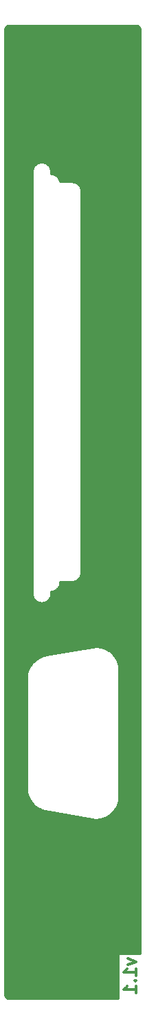
<source format=gbl>
%TF.GenerationSoftware,KiCad,Pcbnew,(5.1.9)-1*%
%TF.CreationDate,2021-09-26T20:48:04+08:00*%
%TF.ProjectId,EX-HX-Combo-Backplate,45582d48-582d-4436-9f6d-626f2d426163,rev?*%
%TF.SameCoordinates,Original*%
%TF.FileFunction,Copper,L2,Bot*%
%TF.FilePolarity,Positive*%
%FSLAX46Y46*%
G04 Gerber Fmt 4.6, Leading zero omitted, Abs format (unit mm)*
G04 Created by KiCad (PCBNEW (5.1.9)-1) date 2021-09-26 20:48:04*
%MOMM*%
%LPD*%
G01*
G04 APERTURE LIST*
%TA.AperFunction,NonConductor*%
%ADD10C,0.300000*%
%TD*%
%TA.AperFunction,ComponentPad*%
%ADD11O,2.360000X6.280000*%
%TD*%
%TA.AperFunction,ComponentPad*%
%ADD12O,4.300000X4.100000*%
%TD*%
%TA.AperFunction,ComponentPad*%
%ADD13C,4.000000*%
%TD*%
%TA.AperFunction,Conductor*%
%ADD14C,0.254000*%
%TD*%
%TA.AperFunction,Conductor*%
%ADD15C,0.100000*%
%TD*%
G04 APERTURE END LIST*
D10*
X268283571Y-147705000D02*
X269283571Y-148062142D01*
X268283571Y-148419285D01*
X269283571Y-149776428D02*
X269283571Y-148919285D01*
X269283571Y-149347857D02*
X267783571Y-149347857D01*
X267997857Y-149205000D01*
X268140714Y-149062142D01*
X268212142Y-148919285D01*
X269140714Y-150419285D02*
X269212142Y-150490714D01*
X269283571Y-150419285D01*
X269212142Y-150347857D01*
X269140714Y-150419285D01*
X269283571Y-150419285D01*
X269283571Y-151919285D02*
X269283571Y-151062142D01*
X269283571Y-151490714D02*
X267783571Y-151490714D01*
X267997857Y-151347857D01*
X268140714Y-151205000D01*
X268212142Y-151062142D01*
D11*
%TO.P,H5,1*%
%TO.N,GND*%
X254480000Y-134500000D03*
%TD*%
%TO.P,H6,1*%
%TO.N,GND*%
X254480000Y-39580000D03*
%TD*%
D12*
%TO.P,H7,1*%
%TO.N,GND*%
X261530000Y-132509260D03*
X261530000Y-107520740D03*
%TD*%
D13*
%TO.P,H2,1*%
%TO.N,GND*%
X261480000Y-43360000D03*
%TD*%
%TO.P,H1,1*%
%TO.N,GND*%
X261480000Y-37010000D03*
%TD*%
%TO.P,H3,1*%
%TO.N,GND*%
X261480000Y-142420000D03*
%TD*%
%TO.P,H4,1*%
%TO.N,GND*%
X261480000Y-148770000D03*
%TD*%
D14*
%TO.N,GND*%
X269350656Y-33200639D02*
X269466722Y-33235681D01*
X269573764Y-33292597D01*
X269667714Y-33369221D01*
X269744990Y-33462631D01*
X269802654Y-33569279D01*
X269838504Y-33685090D01*
X269853001Y-33823018D01*
X269853000Y-147058714D01*
X267123000Y-147058714D01*
X267123000Y-152593000D01*
X253748442Y-152593000D01*
X253609341Y-152579361D01*
X253493280Y-152544319D01*
X253386239Y-152487405D01*
X253292288Y-152410781D01*
X253215009Y-152317368D01*
X253157346Y-152210722D01*
X253121496Y-152094909D01*
X253107000Y-151956991D01*
X253107000Y-113267319D01*
X255822904Y-113267319D01*
X255823001Y-126744992D01*
X255823000Y-126745001D01*
X255823001Y-126745124D01*
X255823001Y-126763521D01*
X255823259Y-126766138D01*
X255824012Y-126820069D01*
X255826067Y-126838393D01*
X255826325Y-126856827D01*
X255826948Y-126862055D01*
X255888100Y-127346122D01*
X255895660Y-127379398D01*
X255902774Y-127412865D01*
X255904401Y-127417872D01*
X256058411Y-127880842D01*
X256072308Y-127912055D01*
X256085769Y-127943463D01*
X256088337Y-127948058D01*
X256329338Y-128372297D01*
X256349023Y-128400201D01*
X256368339Y-128428412D01*
X256371751Y-128432421D01*
X256690565Y-128801770D01*
X256715304Y-128825328D01*
X256739722Y-128849240D01*
X256743848Y-128852510D01*
X257128330Y-129152900D01*
X257157162Y-129171198D01*
X257185772Y-129189919D01*
X257190453Y-129192325D01*
X257625959Y-129412314D01*
X257657789Y-129424660D01*
X257689496Y-129437470D01*
X257694556Y-129438921D01*
X258164498Y-129570131D01*
X258164503Y-129570132D01*
X258182046Y-129575045D01*
X263877678Y-130581440D01*
X263894711Y-130582749D01*
X264344947Y-130620708D01*
X264377771Y-130620260D01*
X264410662Y-130620501D01*
X264415901Y-130619989D01*
X264901178Y-130569148D01*
X264934637Y-130562291D01*
X264968218Y-130555897D01*
X264973258Y-130554377D01*
X265439418Y-130410247D01*
X265470902Y-130397024D01*
X265502607Y-130384227D01*
X265507256Y-130381757D01*
X265936544Y-130149827D01*
X265964837Y-130130757D01*
X265993475Y-130112030D01*
X265997555Y-130108704D01*
X266373619Y-129797810D01*
X266397711Y-129773565D01*
X266422125Y-129749673D01*
X266425482Y-129745618D01*
X266733996Y-129367599D01*
X266752905Y-129339159D01*
X266772227Y-129310959D01*
X266774733Y-129306329D01*
X267003948Y-128875587D01*
X267016977Y-128844007D01*
X267030451Y-128812598D01*
X267032009Y-128807570D01*
X267173193Y-128340510D01*
X267179840Y-128306999D01*
X267186956Y-128273573D01*
X267187508Y-128268338D01*
X267235284Y-127782749D01*
X267237096Y-127764351D01*
X267236999Y-112266479D01*
X267235329Y-112249519D01*
X267194376Y-111799534D01*
X267188220Y-111767264D01*
X267182739Y-111734859D01*
X267181324Y-111729788D01*
X267046837Y-111260774D01*
X267034260Y-111229008D01*
X267022124Y-111197062D01*
X267019751Y-111192363D01*
X266796726Y-110758404D01*
X266778233Y-110729709D01*
X266760109Y-110700705D01*
X266756868Y-110696557D01*
X266453801Y-110314182D01*
X266430082Y-110289621D01*
X266406675Y-110264695D01*
X266402690Y-110261255D01*
X266031125Y-109945028D01*
X266003068Y-109925528D01*
X265975284Y-109905637D01*
X265970707Y-109903036D01*
X265544796Y-109665003D01*
X265513492Y-109651326D01*
X265482367Y-109637208D01*
X265477376Y-109635547D01*
X265477370Y-109635545D01*
X265013339Y-109484772D01*
X264979967Y-109477435D01*
X264946700Y-109469632D01*
X264941479Y-109468972D01*
X264941477Y-109468972D01*
X264456994Y-109411201D01*
X264422851Y-109410486D01*
X264388684Y-109409293D01*
X264383433Y-109409660D01*
X263896957Y-109447092D01*
X263896946Y-109447094D01*
X263878530Y-109448509D01*
X258199452Y-110451781D01*
X258199451Y-110451781D01*
X258199435Y-110451784D01*
X258181219Y-110455002D01*
X258178680Y-110455713D01*
X258125700Y-110465838D01*
X258108017Y-110471049D01*
X258089905Y-110474510D01*
X258084866Y-110476033D01*
X257618802Y-110620474D01*
X257587286Y-110633735D01*
X257555630Y-110646537D01*
X257550983Y-110649009D01*
X257121851Y-110881225D01*
X257093541Y-110900335D01*
X257064944Y-110919062D01*
X257060866Y-110922390D01*
X256685011Y-111233536D01*
X256660936Y-111257796D01*
X256636538Y-111281705D01*
X256633183Y-111285762D01*
X256324921Y-111663985D01*
X256306018Y-111692457D01*
X256286727Y-111720652D01*
X256284228Y-111725279D01*
X256284225Y-111725283D01*
X256284225Y-111725284D01*
X256055298Y-112156179D01*
X256042293Y-112187761D01*
X256028837Y-112219186D01*
X256027282Y-112224215D01*
X255886410Y-112691371D01*
X255879782Y-112724902D01*
X255872692Y-112758316D01*
X255872143Y-112763551D01*
X255824691Y-113249171D01*
X255822904Y-113267319D01*
X253107000Y-113267319D01*
X253107000Y-102878518D01*
X256503000Y-102878518D01*
X256504878Y-102897584D01*
X256504878Y-102907959D01*
X256505428Y-102913194D01*
X256522832Y-103068353D01*
X256529935Y-103101772D01*
X256536573Y-103135294D01*
X256538129Y-103140322D01*
X256585339Y-103289147D01*
X256598790Y-103320530D01*
X256611820Y-103352144D01*
X256614324Y-103356774D01*
X256689541Y-103493594D01*
X256708852Y-103521797D01*
X256727755Y-103550249D01*
X256731103Y-103554296D01*
X256731109Y-103554304D01*
X256731116Y-103554310D01*
X256831471Y-103673909D01*
X256855862Y-103697794D01*
X256879960Y-103722061D01*
X256884040Y-103725389D01*
X257005719Y-103823221D01*
X257034300Y-103841924D01*
X257062639Y-103861038D01*
X257067286Y-103863510D01*
X257205652Y-103935846D01*
X257237362Y-103948658D01*
X257268832Y-103961886D01*
X257273871Y-103963408D01*
X257423652Y-104007491D01*
X257457208Y-104013892D01*
X257490687Y-104020764D01*
X257495926Y-104021278D01*
X257651416Y-104035429D01*
X257685586Y-104035191D01*
X257719755Y-104035429D01*
X257724994Y-104034916D01*
X257880271Y-104018595D01*
X257913719Y-104011728D01*
X257947303Y-104005322D01*
X257952343Y-104003800D01*
X258101492Y-103957631D01*
X258132941Y-103944411D01*
X258164675Y-103931589D01*
X258169323Y-103929118D01*
X258306665Y-103854857D01*
X258334980Y-103835758D01*
X258363583Y-103817041D01*
X258367662Y-103813714D01*
X258487965Y-103714191D01*
X258512012Y-103689975D01*
X258536456Y-103666038D01*
X258539811Y-103661982D01*
X258638491Y-103540988D01*
X258657394Y-103512536D01*
X258676704Y-103484334D01*
X258679208Y-103479704D01*
X258752508Y-103341847D01*
X258765519Y-103310280D01*
X258778990Y-103278849D01*
X258780547Y-103273820D01*
X258825674Y-103124351D01*
X258832316Y-103090807D01*
X258839414Y-103057411D01*
X258839965Y-103052176D01*
X258855201Y-102896789D01*
X258855201Y-102896785D01*
X258857000Y-102878519D01*
X258857000Y-102631552D01*
X258980271Y-102618595D01*
X259013719Y-102611728D01*
X259047303Y-102605322D01*
X259052343Y-102603800D01*
X259201492Y-102557631D01*
X259232941Y-102544411D01*
X259264675Y-102531589D01*
X259269323Y-102529118D01*
X259406665Y-102454857D01*
X259434980Y-102435758D01*
X259463583Y-102417041D01*
X259467662Y-102413714D01*
X259587965Y-102314191D01*
X259612012Y-102289975D01*
X259636456Y-102266038D01*
X259639811Y-102261982D01*
X259738491Y-102140988D01*
X259757394Y-102112536D01*
X259776704Y-102084334D01*
X259779208Y-102079704D01*
X259852508Y-101941847D01*
X259865519Y-101910280D01*
X259878990Y-101878849D01*
X259880547Y-101873820D01*
X259925674Y-101724351D01*
X259932316Y-101690807D01*
X259939414Y-101657411D01*
X259939965Y-101652176D01*
X259955201Y-101496789D01*
X259955201Y-101496785D01*
X259957000Y-101478519D01*
X259957000Y-101437000D01*
X261398519Y-101437000D01*
X261414819Y-101435395D01*
X261419755Y-101435429D01*
X261424994Y-101434916D01*
X261580271Y-101418595D01*
X261613719Y-101411728D01*
X261647303Y-101405322D01*
X261652343Y-101403800D01*
X261801492Y-101357631D01*
X261832941Y-101344411D01*
X261864675Y-101331589D01*
X261869323Y-101329118D01*
X262006665Y-101254857D01*
X262034980Y-101235758D01*
X262063583Y-101217041D01*
X262067662Y-101213714D01*
X262187965Y-101114191D01*
X262212012Y-101089975D01*
X262236456Y-101066038D01*
X262239811Y-101061982D01*
X262338491Y-100940988D01*
X262357394Y-100912536D01*
X262376704Y-100884334D01*
X262379208Y-100879704D01*
X262452508Y-100741847D01*
X262465519Y-100710280D01*
X262478990Y-100678849D01*
X262480547Y-100673820D01*
X262525674Y-100524351D01*
X262532316Y-100490807D01*
X262539414Y-100457411D01*
X262539965Y-100452176D01*
X262555201Y-100296789D01*
X262555201Y-100296785D01*
X262557000Y-100278519D01*
X262557000Y-53521481D01*
X262555395Y-53505181D01*
X262555429Y-53500245D01*
X262554916Y-53495006D01*
X262538595Y-53339729D01*
X262531728Y-53306281D01*
X262525322Y-53272697D01*
X262523800Y-53267657D01*
X262477631Y-53118507D01*
X262464401Y-53087033D01*
X262451589Y-53055325D01*
X262449118Y-53050677D01*
X262374857Y-52913335D01*
X262355740Y-52884993D01*
X262337040Y-52856417D01*
X262333714Y-52852337D01*
X262234191Y-52732035D01*
X262209939Y-52707952D01*
X262186037Y-52683544D01*
X262181981Y-52680188D01*
X262060988Y-52581509D01*
X262032569Y-52562628D01*
X262004335Y-52543296D01*
X261999704Y-52540792D01*
X261861847Y-52467492D01*
X261830268Y-52454476D01*
X261798849Y-52441010D01*
X261793820Y-52439453D01*
X261644351Y-52394326D01*
X261610807Y-52387684D01*
X261577411Y-52380586D01*
X261572176Y-52380035D01*
X261416789Y-52364799D01*
X261416785Y-52364799D01*
X261398519Y-52363000D01*
X259941041Y-52363000D01*
X259938595Y-52339729D01*
X259931728Y-52306281D01*
X259925322Y-52272697D01*
X259923800Y-52267657D01*
X259877631Y-52118507D01*
X259864401Y-52087033D01*
X259851589Y-52055325D01*
X259849118Y-52050677D01*
X259774857Y-51913335D01*
X259755740Y-51884993D01*
X259737040Y-51856417D01*
X259733714Y-51852337D01*
X259634191Y-51732035D01*
X259609939Y-51707952D01*
X259586037Y-51683544D01*
X259581981Y-51680188D01*
X259460988Y-51581509D01*
X259432569Y-51562628D01*
X259404335Y-51543296D01*
X259399704Y-51540792D01*
X259261847Y-51467492D01*
X259230268Y-51454476D01*
X259198849Y-51441010D01*
X259193820Y-51439453D01*
X259044351Y-51394326D01*
X259010807Y-51387684D01*
X258977411Y-51380586D01*
X258972176Y-51380035D01*
X258857000Y-51368742D01*
X258857000Y-51121481D01*
X258855122Y-51102415D01*
X258855122Y-51092041D01*
X258854572Y-51086806D01*
X258837168Y-50931647D01*
X258830066Y-50898234D01*
X258823427Y-50864706D01*
X258821871Y-50859677D01*
X258774661Y-50710853D01*
X258761191Y-50679425D01*
X258748179Y-50647856D01*
X258745676Y-50643225D01*
X258670459Y-50506406D01*
X258651164Y-50478226D01*
X258632245Y-50449751D01*
X258628889Y-50445694D01*
X258528529Y-50326091D01*
X258504155Y-50302223D01*
X258480039Y-50277938D01*
X258475960Y-50274611D01*
X258354280Y-50176778D01*
X258325682Y-50158064D01*
X258297361Y-50138962D01*
X258292713Y-50136490D01*
X258154348Y-50064154D01*
X258122650Y-50051347D01*
X258091168Y-50038114D01*
X258086129Y-50036592D01*
X257936349Y-49992509D01*
X257902787Y-49986107D01*
X257869314Y-49979236D01*
X257864075Y-49978722D01*
X257708584Y-49964571D01*
X257674415Y-49964809D01*
X257640245Y-49964571D01*
X257635006Y-49965084D01*
X257479729Y-49981405D01*
X257446281Y-49988272D01*
X257412697Y-49994678D01*
X257407657Y-49996200D01*
X257258507Y-50042369D01*
X257227033Y-50055599D01*
X257195325Y-50068411D01*
X257190677Y-50070882D01*
X257053335Y-50145143D01*
X257024993Y-50164260D01*
X256996417Y-50182960D01*
X256992337Y-50186286D01*
X256872035Y-50285809D01*
X256847952Y-50310061D01*
X256823544Y-50333963D01*
X256820188Y-50338019D01*
X256721509Y-50459012D01*
X256702628Y-50487431D01*
X256683296Y-50515665D01*
X256680792Y-50520296D01*
X256607492Y-50658153D01*
X256594476Y-50689732D01*
X256581010Y-50721151D01*
X256579453Y-50726180D01*
X256534326Y-50875649D01*
X256527684Y-50909193D01*
X256520586Y-50942589D01*
X256520035Y-50947824D01*
X256504799Y-51103211D01*
X256504799Y-51103225D01*
X256503001Y-51121481D01*
X256503000Y-102878518D01*
X253107000Y-102878518D01*
X253107000Y-33828442D01*
X253120639Y-33689344D01*
X253155681Y-33573278D01*
X253212597Y-33466236D01*
X253289221Y-33372286D01*
X253382631Y-33295010D01*
X253489279Y-33237346D01*
X253605090Y-33201496D01*
X253743009Y-33187000D01*
X269211558Y-33187000D01*
X269350656Y-33200639D01*
%TA.AperFunction,Conductor*%
D15*
G36*
X269350656Y-33200639D02*
G01*
X269466722Y-33235681D01*
X269573764Y-33292597D01*
X269667714Y-33369221D01*
X269744990Y-33462631D01*
X269802654Y-33569279D01*
X269838504Y-33685090D01*
X269853001Y-33823018D01*
X269853000Y-147058714D01*
X267123000Y-147058714D01*
X267123000Y-152593000D01*
X253748442Y-152593000D01*
X253609341Y-152579361D01*
X253493280Y-152544319D01*
X253386239Y-152487405D01*
X253292288Y-152410781D01*
X253215009Y-152317368D01*
X253157346Y-152210722D01*
X253121496Y-152094909D01*
X253107000Y-151956991D01*
X253107000Y-113267319D01*
X255822904Y-113267319D01*
X255823001Y-126744992D01*
X255823000Y-126745001D01*
X255823001Y-126745124D01*
X255823001Y-126763521D01*
X255823259Y-126766138D01*
X255824012Y-126820069D01*
X255826067Y-126838393D01*
X255826325Y-126856827D01*
X255826948Y-126862055D01*
X255888100Y-127346122D01*
X255895660Y-127379398D01*
X255902774Y-127412865D01*
X255904401Y-127417872D01*
X256058411Y-127880842D01*
X256072308Y-127912055D01*
X256085769Y-127943463D01*
X256088337Y-127948058D01*
X256329338Y-128372297D01*
X256349023Y-128400201D01*
X256368339Y-128428412D01*
X256371751Y-128432421D01*
X256690565Y-128801770D01*
X256715304Y-128825328D01*
X256739722Y-128849240D01*
X256743848Y-128852510D01*
X257128330Y-129152900D01*
X257157162Y-129171198D01*
X257185772Y-129189919D01*
X257190453Y-129192325D01*
X257625959Y-129412314D01*
X257657789Y-129424660D01*
X257689496Y-129437470D01*
X257694556Y-129438921D01*
X258164498Y-129570131D01*
X258164503Y-129570132D01*
X258182046Y-129575045D01*
X263877678Y-130581440D01*
X263894711Y-130582749D01*
X264344947Y-130620708D01*
X264377771Y-130620260D01*
X264410662Y-130620501D01*
X264415901Y-130619989D01*
X264901178Y-130569148D01*
X264934637Y-130562291D01*
X264968218Y-130555897D01*
X264973258Y-130554377D01*
X265439418Y-130410247D01*
X265470902Y-130397024D01*
X265502607Y-130384227D01*
X265507256Y-130381757D01*
X265936544Y-130149827D01*
X265964837Y-130130757D01*
X265993475Y-130112030D01*
X265997555Y-130108704D01*
X266373619Y-129797810D01*
X266397711Y-129773565D01*
X266422125Y-129749673D01*
X266425482Y-129745618D01*
X266733996Y-129367599D01*
X266752905Y-129339159D01*
X266772227Y-129310959D01*
X266774733Y-129306329D01*
X267003948Y-128875587D01*
X267016977Y-128844007D01*
X267030451Y-128812598D01*
X267032009Y-128807570D01*
X267173193Y-128340510D01*
X267179840Y-128306999D01*
X267186956Y-128273573D01*
X267187508Y-128268338D01*
X267235284Y-127782749D01*
X267237096Y-127764351D01*
X267236999Y-112266479D01*
X267235329Y-112249519D01*
X267194376Y-111799534D01*
X267188220Y-111767264D01*
X267182739Y-111734859D01*
X267181324Y-111729788D01*
X267046837Y-111260774D01*
X267034260Y-111229008D01*
X267022124Y-111197062D01*
X267019751Y-111192363D01*
X266796726Y-110758404D01*
X266778233Y-110729709D01*
X266760109Y-110700705D01*
X266756868Y-110696557D01*
X266453801Y-110314182D01*
X266430082Y-110289621D01*
X266406675Y-110264695D01*
X266402690Y-110261255D01*
X266031125Y-109945028D01*
X266003068Y-109925528D01*
X265975284Y-109905637D01*
X265970707Y-109903036D01*
X265544796Y-109665003D01*
X265513492Y-109651326D01*
X265482367Y-109637208D01*
X265477376Y-109635547D01*
X265477370Y-109635545D01*
X265013339Y-109484772D01*
X264979967Y-109477435D01*
X264946700Y-109469632D01*
X264941479Y-109468972D01*
X264941477Y-109468972D01*
X264456994Y-109411201D01*
X264422851Y-109410486D01*
X264388684Y-109409293D01*
X264383433Y-109409660D01*
X263896957Y-109447092D01*
X263896946Y-109447094D01*
X263878530Y-109448509D01*
X258199452Y-110451781D01*
X258199451Y-110451781D01*
X258199435Y-110451784D01*
X258181219Y-110455002D01*
X258178680Y-110455713D01*
X258125700Y-110465838D01*
X258108017Y-110471049D01*
X258089905Y-110474510D01*
X258084866Y-110476033D01*
X257618802Y-110620474D01*
X257587286Y-110633735D01*
X257555630Y-110646537D01*
X257550983Y-110649009D01*
X257121851Y-110881225D01*
X257093541Y-110900335D01*
X257064944Y-110919062D01*
X257060866Y-110922390D01*
X256685011Y-111233536D01*
X256660936Y-111257796D01*
X256636538Y-111281705D01*
X256633183Y-111285762D01*
X256324921Y-111663985D01*
X256306018Y-111692457D01*
X256286727Y-111720652D01*
X256284228Y-111725279D01*
X256284225Y-111725283D01*
X256284225Y-111725284D01*
X256055298Y-112156179D01*
X256042293Y-112187761D01*
X256028837Y-112219186D01*
X256027282Y-112224215D01*
X255886410Y-112691371D01*
X255879782Y-112724902D01*
X255872692Y-112758316D01*
X255872143Y-112763551D01*
X255824691Y-113249171D01*
X255822904Y-113267319D01*
X253107000Y-113267319D01*
X253107000Y-102878518D01*
X256503000Y-102878518D01*
X256504878Y-102897584D01*
X256504878Y-102907959D01*
X256505428Y-102913194D01*
X256522832Y-103068353D01*
X256529935Y-103101772D01*
X256536573Y-103135294D01*
X256538129Y-103140322D01*
X256585339Y-103289147D01*
X256598790Y-103320530D01*
X256611820Y-103352144D01*
X256614324Y-103356774D01*
X256689541Y-103493594D01*
X256708852Y-103521797D01*
X256727755Y-103550249D01*
X256731103Y-103554296D01*
X256731109Y-103554304D01*
X256731116Y-103554310D01*
X256831471Y-103673909D01*
X256855862Y-103697794D01*
X256879960Y-103722061D01*
X256884040Y-103725389D01*
X257005719Y-103823221D01*
X257034300Y-103841924D01*
X257062639Y-103861038D01*
X257067286Y-103863510D01*
X257205652Y-103935846D01*
X257237362Y-103948658D01*
X257268832Y-103961886D01*
X257273871Y-103963408D01*
X257423652Y-104007491D01*
X257457208Y-104013892D01*
X257490687Y-104020764D01*
X257495926Y-104021278D01*
X257651416Y-104035429D01*
X257685586Y-104035191D01*
X257719755Y-104035429D01*
X257724994Y-104034916D01*
X257880271Y-104018595D01*
X257913719Y-104011728D01*
X257947303Y-104005322D01*
X257952343Y-104003800D01*
X258101492Y-103957631D01*
X258132941Y-103944411D01*
X258164675Y-103931589D01*
X258169323Y-103929118D01*
X258306665Y-103854857D01*
X258334980Y-103835758D01*
X258363583Y-103817041D01*
X258367662Y-103813714D01*
X258487965Y-103714191D01*
X258512012Y-103689975D01*
X258536456Y-103666038D01*
X258539811Y-103661982D01*
X258638491Y-103540988D01*
X258657394Y-103512536D01*
X258676704Y-103484334D01*
X258679208Y-103479704D01*
X258752508Y-103341847D01*
X258765519Y-103310280D01*
X258778990Y-103278849D01*
X258780547Y-103273820D01*
X258825674Y-103124351D01*
X258832316Y-103090807D01*
X258839414Y-103057411D01*
X258839965Y-103052176D01*
X258855201Y-102896789D01*
X258855201Y-102896785D01*
X258857000Y-102878519D01*
X258857000Y-102631552D01*
X258980271Y-102618595D01*
X259013719Y-102611728D01*
X259047303Y-102605322D01*
X259052343Y-102603800D01*
X259201492Y-102557631D01*
X259232941Y-102544411D01*
X259264675Y-102531589D01*
X259269323Y-102529118D01*
X259406665Y-102454857D01*
X259434980Y-102435758D01*
X259463583Y-102417041D01*
X259467662Y-102413714D01*
X259587965Y-102314191D01*
X259612012Y-102289975D01*
X259636456Y-102266038D01*
X259639811Y-102261982D01*
X259738491Y-102140988D01*
X259757394Y-102112536D01*
X259776704Y-102084334D01*
X259779208Y-102079704D01*
X259852508Y-101941847D01*
X259865519Y-101910280D01*
X259878990Y-101878849D01*
X259880547Y-101873820D01*
X259925674Y-101724351D01*
X259932316Y-101690807D01*
X259939414Y-101657411D01*
X259939965Y-101652176D01*
X259955201Y-101496789D01*
X259955201Y-101496785D01*
X259957000Y-101478519D01*
X259957000Y-101437000D01*
X261398519Y-101437000D01*
X261414819Y-101435395D01*
X261419755Y-101435429D01*
X261424994Y-101434916D01*
X261580271Y-101418595D01*
X261613719Y-101411728D01*
X261647303Y-101405322D01*
X261652343Y-101403800D01*
X261801492Y-101357631D01*
X261832941Y-101344411D01*
X261864675Y-101331589D01*
X261869323Y-101329118D01*
X262006665Y-101254857D01*
X262034980Y-101235758D01*
X262063583Y-101217041D01*
X262067662Y-101213714D01*
X262187965Y-101114191D01*
X262212012Y-101089975D01*
X262236456Y-101066038D01*
X262239811Y-101061982D01*
X262338491Y-100940988D01*
X262357394Y-100912536D01*
X262376704Y-100884334D01*
X262379208Y-100879704D01*
X262452508Y-100741847D01*
X262465519Y-100710280D01*
X262478990Y-100678849D01*
X262480547Y-100673820D01*
X262525674Y-100524351D01*
X262532316Y-100490807D01*
X262539414Y-100457411D01*
X262539965Y-100452176D01*
X262555201Y-100296789D01*
X262555201Y-100296785D01*
X262557000Y-100278519D01*
X262557000Y-53521481D01*
X262555395Y-53505181D01*
X262555429Y-53500245D01*
X262554916Y-53495006D01*
X262538595Y-53339729D01*
X262531728Y-53306281D01*
X262525322Y-53272697D01*
X262523800Y-53267657D01*
X262477631Y-53118507D01*
X262464401Y-53087033D01*
X262451589Y-53055325D01*
X262449118Y-53050677D01*
X262374857Y-52913335D01*
X262355740Y-52884993D01*
X262337040Y-52856417D01*
X262333714Y-52852337D01*
X262234191Y-52732035D01*
X262209939Y-52707952D01*
X262186037Y-52683544D01*
X262181981Y-52680188D01*
X262060988Y-52581509D01*
X262032569Y-52562628D01*
X262004335Y-52543296D01*
X261999704Y-52540792D01*
X261861847Y-52467492D01*
X261830268Y-52454476D01*
X261798849Y-52441010D01*
X261793820Y-52439453D01*
X261644351Y-52394326D01*
X261610807Y-52387684D01*
X261577411Y-52380586D01*
X261572176Y-52380035D01*
X261416789Y-52364799D01*
X261416785Y-52364799D01*
X261398519Y-52363000D01*
X259941041Y-52363000D01*
X259938595Y-52339729D01*
X259931728Y-52306281D01*
X259925322Y-52272697D01*
X259923800Y-52267657D01*
X259877631Y-52118507D01*
X259864401Y-52087033D01*
X259851589Y-52055325D01*
X259849118Y-52050677D01*
X259774857Y-51913335D01*
X259755740Y-51884993D01*
X259737040Y-51856417D01*
X259733714Y-51852337D01*
X259634191Y-51732035D01*
X259609939Y-51707952D01*
X259586037Y-51683544D01*
X259581981Y-51680188D01*
X259460988Y-51581509D01*
X259432569Y-51562628D01*
X259404335Y-51543296D01*
X259399704Y-51540792D01*
X259261847Y-51467492D01*
X259230268Y-51454476D01*
X259198849Y-51441010D01*
X259193820Y-51439453D01*
X259044351Y-51394326D01*
X259010807Y-51387684D01*
X258977411Y-51380586D01*
X258972176Y-51380035D01*
X258857000Y-51368742D01*
X258857000Y-51121481D01*
X258855122Y-51102415D01*
X258855122Y-51092041D01*
X258854572Y-51086806D01*
X258837168Y-50931647D01*
X258830066Y-50898234D01*
X258823427Y-50864706D01*
X258821871Y-50859677D01*
X258774661Y-50710853D01*
X258761191Y-50679425D01*
X258748179Y-50647856D01*
X258745676Y-50643225D01*
X258670459Y-50506406D01*
X258651164Y-50478226D01*
X258632245Y-50449751D01*
X258628889Y-50445694D01*
X258528529Y-50326091D01*
X258504155Y-50302223D01*
X258480039Y-50277938D01*
X258475960Y-50274611D01*
X258354280Y-50176778D01*
X258325682Y-50158064D01*
X258297361Y-50138962D01*
X258292713Y-50136490D01*
X258154348Y-50064154D01*
X258122650Y-50051347D01*
X258091168Y-50038114D01*
X258086129Y-50036592D01*
X257936349Y-49992509D01*
X257902787Y-49986107D01*
X257869314Y-49979236D01*
X257864075Y-49978722D01*
X257708584Y-49964571D01*
X257674415Y-49964809D01*
X257640245Y-49964571D01*
X257635006Y-49965084D01*
X257479729Y-49981405D01*
X257446281Y-49988272D01*
X257412697Y-49994678D01*
X257407657Y-49996200D01*
X257258507Y-50042369D01*
X257227033Y-50055599D01*
X257195325Y-50068411D01*
X257190677Y-50070882D01*
X257053335Y-50145143D01*
X257024993Y-50164260D01*
X256996417Y-50182960D01*
X256992337Y-50186286D01*
X256872035Y-50285809D01*
X256847952Y-50310061D01*
X256823544Y-50333963D01*
X256820188Y-50338019D01*
X256721509Y-50459012D01*
X256702628Y-50487431D01*
X256683296Y-50515665D01*
X256680792Y-50520296D01*
X256607492Y-50658153D01*
X256594476Y-50689732D01*
X256581010Y-50721151D01*
X256579453Y-50726180D01*
X256534326Y-50875649D01*
X256527684Y-50909193D01*
X256520586Y-50942589D01*
X256520035Y-50947824D01*
X256504799Y-51103211D01*
X256504799Y-51103225D01*
X256503001Y-51121481D01*
X256503000Y-102878518D01*
X253107000Y-102878518D01*
X253107000Y-33828442D01*
X253120639Y-33689344D01*
X253155681Y-33573278D01*
X253212597Y-33466236D01*
X253289221Y-33372286D01*
X253382631Y-33295010D01*
X253489279Y-33237346D01*
X253605090Y-33201496D01*
X253743009Y-33187000D01*
X269211558Y-33187000D01*
X269350656Y-33200639D01*
G37*
%TD.AperFunction*%
%TD*%
M02*

</source>
